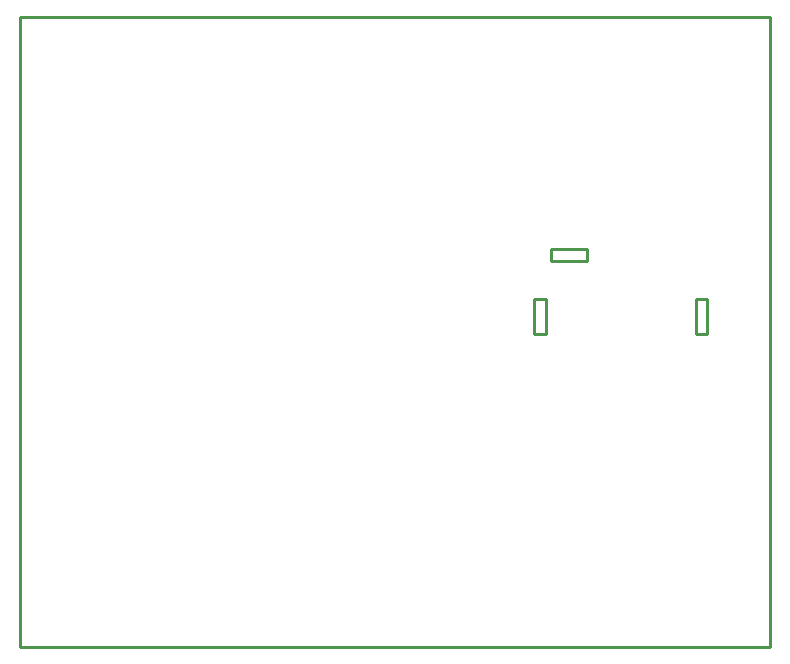
<source format=gbr>
G04 EAGLE Gerber RS-274X export*
G75*
%MOMM*%
%FSLAX34Y34*%
%LPD*%
%IN*%
%IPPOS*%
%AMOC8*
5,1,8,0,0,1.08239X$1,22.5*%
G01*
%ADD10C,0.254000*%


D10*
X0Y0D02*
X635000Y0D01*
X635000Y533400D01*
X0Y533400D01*
X0Y0D01*
X434700Y264400D02*
X444700Y264400D01*
X444700Y294400D01*
X434700Y294400D01*
X434700Y264400D01*
X571700Y264400D02*
X581700Y264400D01*
X581700Y294400D01*
X571700Y294400D01*
X571700Y264400D01*
X449700Y326400D02*
X479700Y326400D01*
X479700Y336400D01*
X449700Y336400D01*
X449700Y326400D01*
M02*

</source>
